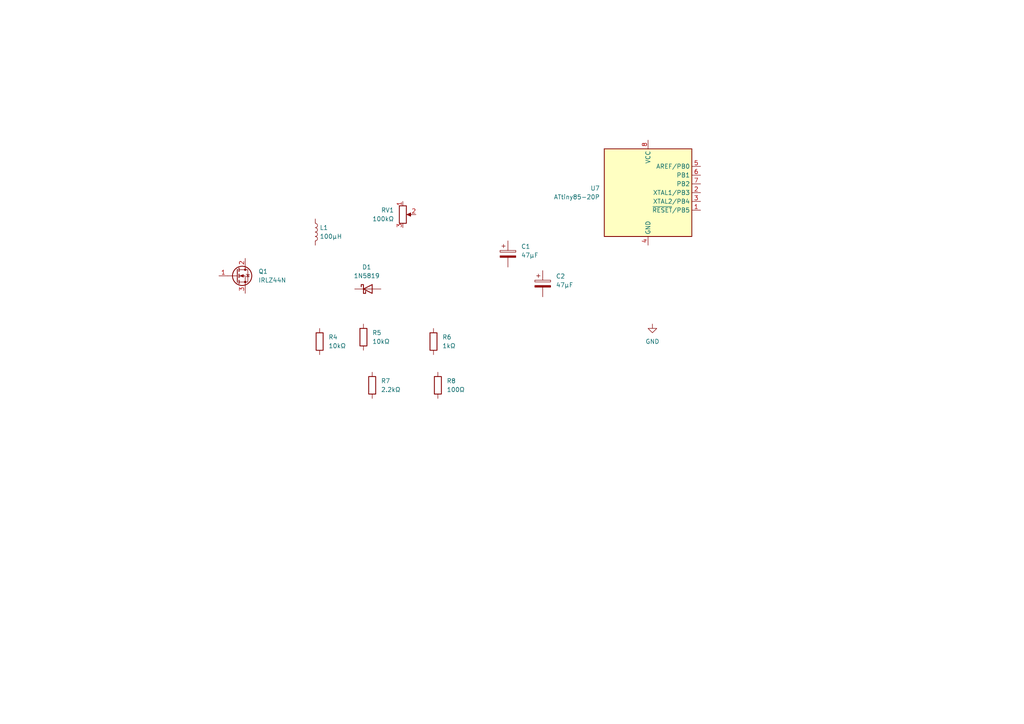
<source format=kicad_sch>
(kicad_sch (version 20230121) (generator eeschema)
  (paper "A4")
  (lib_symbols
    (symbol "Device:C_Polarized" (pin_numbers hide) (pin_names (offset 0.254))
      (property "Reference" "C" (at 0.635 2.54 0))
      (property "Value" "C_Polarized" (at 0.635 -2.54 0))
      (symbol "C_Polarized_0_1"
        (rectangle (start -2.286 0.508) (end 2.286 1.016))
        (polyline (pts (xy -1.778 2.286) (xy -0.762 2.286)))
        (polyline (pts (xy -1.27 2.794) (xy -1.27 1.778)))
        (rectangle (start 2.286 -0.508) (end -2.286 -1.016) (fill (type outline)))
      )
      (symbol "C_Polarized_1_1"
        (pin passive line (at 0 3.81 270) (length 2.794) (name "~") (number "1"))
        (pin passive line (at 0 -3.81 90) (length 2.794) (name "~") (number "2"))
      )
    )
    (symbol "Device:L" (pin_numbers hide) (pin_names (offset 1.016) hide)
      (property "Reference" "L" (at -1.27 0 90))
      (property "Value" "L" (at 1.905 0 90))
      (symbol "L_0_1"
        (arc (start 0 -2.54) (mid 0.6323 -1.905) (end 0 -1.27))
        (arc (start 0 -1.27) (mid 0.6323 -0.635) (end 0 0))
        (arc (start 0 0) (mid 0.6323 0.635) (end 0 1.27))
        (arc (start 0 1.27) (mid 0.6323 1.905) (end 0 2.54))
      )
      (symbol "L_1_1"
        (pin passive line (at 0 3.81 270) (length 1.27) (name "1") (number "1"))
        (pin passive line (at 0 -3.81 90) (length 1.27) (name "2") (number "2"))
      )
    )
    (symbol "Device:R" (pin_numbers hide) (pin_names (offset 0))
      (property "Reference" "R" (at 2.032 0 90))
      (property "Value" "R" (at 0 0 90))
      (symbol "R_0_1"
        (rectangle (start -1.016 -2.54) (end 1.016 2.54) (stroke (width 0.254)))
      )
      (symbol "R_1_1"
        (pin passive line (at 0 3.81 270) (length 1.27) (name "~") (number "1"))
        (pin passive line (at 0 -3.81 90) (length 1.27) (name "~") (number "2"))
      )
    )
    (symbol "Device:R_Potentiometer" (pin_names (offset 1.016) hide)
      (property "Reference" "RV" (at -4.445 0 90))
      (property "Value" "R_Potentiometer" (at -2.54 0 90))
      (symbol "R_Potentiometer_0_1"
        (polyline (pts (xy 2.54 0) (xy 1.524 0)))
        (polyline (pts (xy 1.143 0) (xy 2.286 0.508) (xy 2.286 -0.508) (xy 1.143 0)) (fill (type outline)))
        (rectangle (start 1.016 2.54) (end -1.016 -2.54) (stroke (width 0.254)))
      )
      (symbol "R_Potentiometer_1_1"
        (pin passive line (at 0 3.81 270) (length 1.27) (name "1") (number "1"))
        (pin passive line (at 3.81 0 180) (length 1.27) (name "2") (number "2"))
        (pin passive line (at 0 -3.81 90) (length 1.27) (name "3") (number "3"))
      )
    )
    (symbol "Diode:1N5819" (pin_numbers hide) (pin_names (offset 1.016) hide)
      (property "Reference" "D" (at 0 2.54 0))
      (property "Value" "1N5819" (at 0 -2.54 0))
      (symbol "1N5819_0_1"
        (polyline (pts (xy 1.27 0) (xy -1.27 0)))
        (polyline (pts (xy 1.27 1.27) (xy 1.27 -1.27) (xy -1.27 0) (xy 1.27 1.27)) (stroke (width 0.254)))
        (polyline (pts (xy -1.905 0.635) (xy -1.905 1.27) (xy -1.27 1.27) (xy -1.27 -1.27) (xy -0.635 -1.27) (xy -0.635 -0.635)) (stroke (width 0.254)))
      )
      (symbol "1N5819_1_1"
        (pin passive line (at -3.81 0 0) (length 2.54) (name "K") (number "1"))
        (pin passive line (at 3.81 0 180) (length 2.54) (name "A") (number "2"))
      )
    )
    (symbol "MCU_Microchip_ATtiny:ATtiny85-20P"
      (property "Reference" "U" (at -12.7 13.97 0))
      (property "Value" "ATtiny85-20P" (at 2.54 -13.97 0))
      (symbol "ATtiny85-20P_0_1"
        (rectangle (start -12.7 -12.7) (end 12.7 12.7) (stroke (width 0.254)) (fill (type background)))
      )
      (symbol "ATtiny85-20P_1_1"
        (pin bidirectional line (at 15.24 -5.08 180) (length 2.54) (name "~{RESET}/PB5") (number "1"))
        (pin bidirectional line (at 15.24 0 180) (length 2.54) (name "XTAL1/PB3") (number "2"))
        (pin bidirectional line (at 15.24 -2.54 180) (length 2.54) (name "XTAL2/PB4") (number "3"))
        (pin power_in line (at 0 -15.24 90) (length 2.54) (name "GND") (number "4"))
        (pin bidirectional line (at 15.24 7.62 180) (length 2.54) (name "AREF/PB0") (number "5"))
        (pin bidirectional line (at 15.24 5.08 180) (length 2.54) (name "PB1") (number "6"))
        (pin bidirectional line (at 15.24 2.54 180) (length 2.54) (name "PB2") (number "7"))
        (pin power_in line (at 0 15.24 270) (length 2.54) (name "VCC") (number "8"))
      )
    )
    (symbol "Transistor_FET:IRLZ44N" (pin_names hide)
      (property "Reference" "Q" (at 6.35 1.905 0))
      (property "Value" "IRLZ44N" (at 6.35 0 0))
      (symbol "IRLZ44N_0_1"
        (polyline (pts (xy 0.254 0) (xy -2.54 0)))
        (polyline (pts (xy 0.254 1.905) (xy 0.254 -1.905)) (stroke (width 0.254)))
        (polyline (pts (xy 0.762 -1.27) (xy 0.762 -2.286)) (stroke (width 0.254)))
        (polyline (pts (xy 0.762 0.508) (xy 0.762 -0.508)) (stroke (width 0.254)))
        (polyline (pts (xy 0.762 2.286) (xy 0.762 1.27)) (stroke (width 0.254)))
        (polyline (pts (xy 2.54 2.54) (xy 2.54 1.778)))
        (polyline (pts (xy 2.54 -2.54) (xy 2.54 0) (xy 0.762 0)))
        (polyline (pts (xy 0.762 -1.778) (xy 3.302 -1.778) (xy 3.302 1.778) (xy 0.762 1.778)))
        (polyline (pts (xy 1.016 0) (xy 2.032 0.381) (xy 2.032 -0.381) (xy 1.016 0)) (fill (type outline)))
        (polyline (pts (xy 2.794 0.508) (xy 2.921 0.381) (xy 3.683 0.381) (xy 3.81 0.254)))
        (polyline (pts (xy 3.302 0.381) (xy 2.921 -0.254) (xy 3.683 -0.254) (xy 3.302 0.381)))
        (circle (center 1.651 0) (radius 2.794) (stroke (width 0.254)))
        (circle (center 2.54 -1.778) (radius 0.254) (fill (type outline)))
        (circle (center 2.54 1.778) (radius 0.254) (fill (type outline)))
      )
      (symbol "IRLZ44N_1_1"
        (pin input line (at -5.08 0 0) (length 2.54) (name "G") (number "1"))
        (pin passive line (at 2.54 5.08 270) (length 2.54) (name "D") (number "2"))
        (pin passive line (at 2.54 -5.08 90) (length 2.54) (name "S") (number "3"))
      )
    )
    (symbol "power:GND" (power) (pin_names (offset 0))
      (property "Value" "GND" (at 0 -3.81 0))
      (symbol "GND_0_1"
        (polyline (pts (xy 0 0) (xy 0 -1.27) (xy 1.27 -1.27) (xy 0 -2.54) (xy -1.27 -1.27) (xy 0 -1.27)))
      )
      (symbol "GND_1_1"
        (pin power_in line (at 0 0 270) (length 0) hide (name "GND") (number "1"))
      )
    )
  )
  (symbol (lib_id "Device:C_Polarized") (at 157.4164 82.2832 0) (unit 1)
    (property "Reference" "C2" (at 161.2264 80.1242 0) (effects (justify left)))
    (property "Value" "47µF" (at 161.2264 82.6642 0) (effects (justify left)))
  )
  (symbol (lib_id "Device:R") (at 92.71 99.06 0) (unit 1)
    (property "Reference" "R4" (at 95.25 97.79 0) (effects (justify left)))
    (property "Value" "10kΩ" (at 95.25 100.33 0) (effects (justify left)))
  )
  (symbol (lib_id "Device:R") (at 107.95 111.76 0) (unit 1)
    (property "Reference" "R7" (at 110.49 110.49 0) (effects (justify left)))
    (property "Value" "2.2kΩ" (at 110.49 113.03 0) (effects (justify left)))
  )
  (symbol (lib_id "Device:C_Polarized") (at 147.32 73.66 0) (unit 1)
    (property "Reference" "C1" (at 151.13 71.501 0) (effects (justify left)))
    (property "Value" "47µF" (at 151.13 74.041 0) (effects (justify left)))
  )
  (symbol (lib_id "Device:R") (at 125.73 99.06 0) (unit 1)
    (property "Reference" "R6" (at 128.27 97.79 0) (effects (justify left)))
    (property "Value" "1kΩ" (at 128.27 100.33 0) (effects (justify left)))
  )
  (symbol (lib_id "Transistor_FET:IRLZ44N") (at 68.58 80.01 0) (unit 1)
    (property "Reference" "Q1" (at 74.93 78.74 0) (effects (justify left)))
    (property "Value" "IRLZ44N" (at 74.93 81.28 0) (effects (justify left)))
    (property "Footprint" "Package_TO_SOT_THT:TO-220-3_Vertical" (effects hide))
    (property "Datasheet" "http://www.irf.com/product-info/datasheets/data/irlz44n.pdf" (effects hide))
  )
  (symbol (lib_id "Device:L") (at 91.44 67.31 0) (unit 1)
    (property "Reference" "L1" (at 92.71 66.04 0) (effects (justify left)))
    (property "Value" "100µH" (at 92.71 68.58 0) (effects (justify left)))
  )
  (symbol (lib_id "Diode:1N5819") (at 106.68 83.82 0) (unit 1)
    (property "Reference" "D1" (at 106.3625 77.47 0))
    (property "Value" "1N5819" (at 106.3625 80.01 0))
    (property "Footprint" "Diode_THT:D_DO-41_SOD81_P10.16mm_Horizontal" (effects hide))
    (property "Datasheet" "http://www.vishay.com/docs/88525/1n5817.pdf" (effects hide))
  )
  (symbol (lib_id "power:GND") (at 189.23 93.98 0) (unit 1)
    (property "Reference" "#PWR01" (effects hide))
    (property "Value" "GND" (at 189.23 99.06 0))
  )
  (symbol (lib_id "Device:R") (at 127 111.76 0) (unit 1)
    (property "Reference" "R8" (at 129.54 110.49 0) (effects (justify left)))
    (property "Value" "100Ω" (at 129.54 113.03 0) (effects (justify left)))
  )
  (symbol (lib_id "Device:R") (at 105.41 97.79 0) (unit 1)
    (property "Reference" "R5" (at 107.95 96.52 0) (effects (justify left)))
    (property "Value" "10kΩ" (at 107.95 99.06 0) (effects (justify left)))
  )
  (symbol (lib_id "MCU_Microchip_ATtiny:ATtiny85-20P") (at 187.96 55.88 0) (unit 1)
    (property "Reference" "U7" (at 173.99 54.61 0) (effects (justify right)))
    (property "Value" "ATtiny85-20P" (at 173.99 57.15 0) (effects (justify right)))
    (property "Footprint" "Package_DIP:DIP-8_W7.62mm" (effects hide))
    (property "Datasheet" "http://ww1.microchip.com/downloads/en/DeviceDoc/atmel-2586-avr-8-bit-microcontroller-attiny25-attiny45-attiny85_datasheet.pdf" (effects hide))
  )
  (symbol (lib_id "Device:R_Potentiometer") (at 116.84 62.23 0) (unit 1)
    (property "Reference" "RV1" (at 114.3 60.96 0) (effects (justify right)))
    (property "Value" "100kΩ" (at 114.3 63.5 0) (effects (justify right)))
  )
)
</source>
